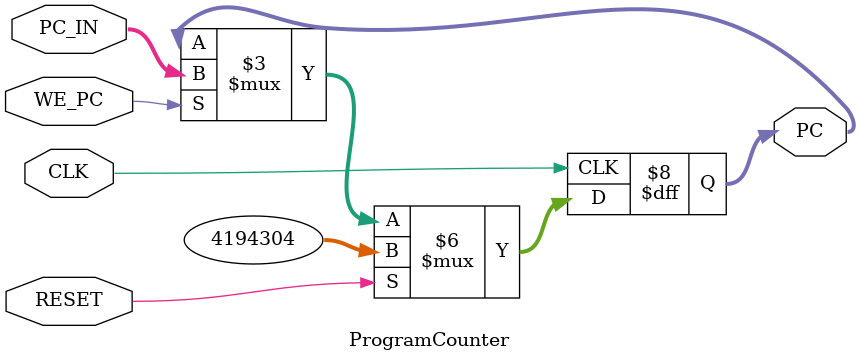
<source format=v>
`timescale 1ns / 1ps
/*
----------------------------------------------------------------------------------
-- Company: NUS	
-- Engineer: (c) Rajesh Panicker  
-- 
-- Create Date: 09/22/2020 06:49:10 PM
-- Module Name: ProgramCounter
-- Project Name: CG3207 Project
-- Target Devices: Nexys 4 / Basys 3
-- Tool Versions: Vivado 2019.2
-- Description: RISC-V Processor Program Counter Module
-- 
-- Dependencies: NIL
-- 
-- Revision:
-- Revision 0.01 - File Created
-- Additional Comments: Interface and implementation can be modified.
-- 
----------------------------------------------------------------------------------

----------------------------------------------------------------------------------
--	License terms :
--	You are free to use this code as long as you
--		(i) DO NOT post it on any public repository;
--		(ii) use it only for educational purposes;
--		(iii) accept the responsibility to ensure that your implementation does not violate anyone's intellectual property.
--		(iv) accept that the program is provided "as is" without warranty of any kind or assurance regarding its suitability for any particular purpose;
--		(v) send an email to rajesh<dot>panicker<at>ieee.org briefly mentioning its use (except when used for the course CG3207 at the National University of Singapore);
--		(vi) retain this notice in this file as well as any files derived from this.
----------------------------------------------------------------------------------
*/

module ProgramCounter #(
    parameter PC_INIT = 32'h00400000
)(
    input CLK,
    input RESET,
    input WE_PC,    // write enable, for multi-cycle operations and pipelining
    input [31:0] PC_IN,
    output reg [31:0] PC  
    );
    
    initial begin 
        PC <= PC_INIT;
    end
    
    always@( posedge CLK )
    begin
        if(RESET)
            PC <= PC_INIT;
        else if(WE_PC)
            PC <= PC_IN ;        
    end
    
endmodule
</source>
